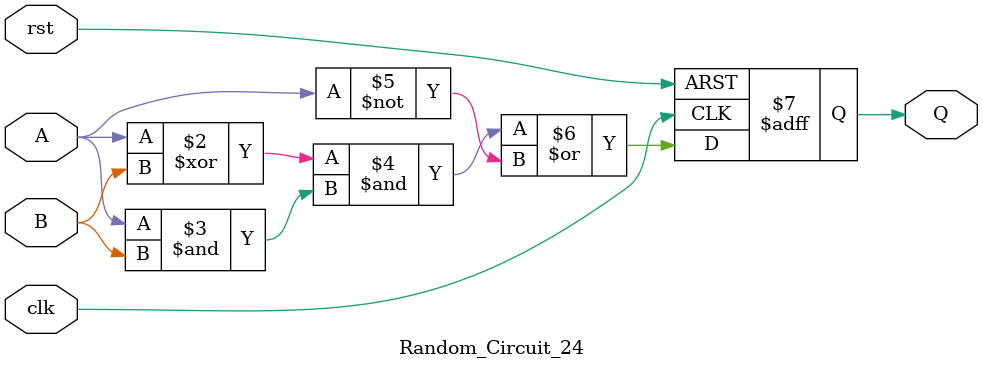
<source format=v>
module Random_Circuit_24 (
    input A, B, clk, rst,
    output reg Q
);
    always @(posedge clk or posedge rst) begin
        if (rst)
            Q <= 0;
        else
            Q <= (A ^ B) & (A & B) | ~A;  // XOR, AND, NOT logic
    end
endmodule

</source>
